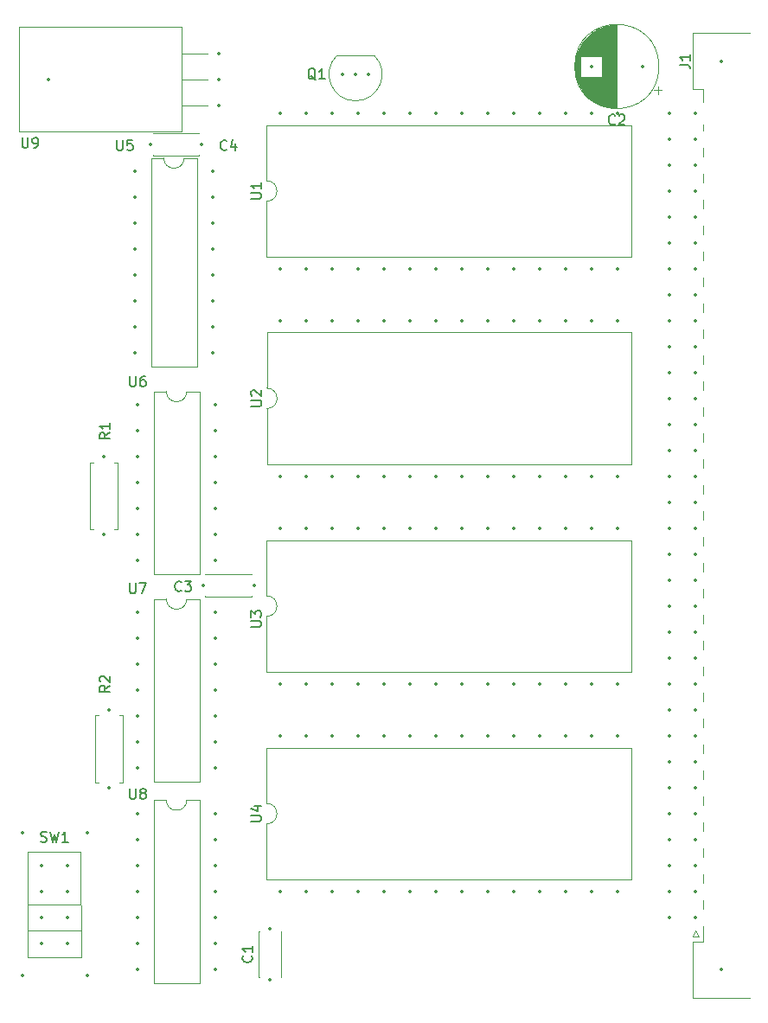
<source format=gto>
%TF.GenerationSoftware,KiCad,Pcbnew,8.0.3+1*%
%TF.CreationDate,2024-07-14T18:41:45+02:00*%
%TF.ProjectId,QL_GST_Rom_board,514c5f47-5354-45f5-926f-6d5f626f6172,rev?*%
%TF.SameCoordinates,Original*%
%TF.FileFunction,Legend,Top*%
%TF.FilePolarity,Positive*%
%FSLAX46Y46*%
G04 Gerber Fmt 4.6, Leading zero omitted, Abs format (unit mm)*
G04 Created by KiCad (PCBNEW 8.0.3+1) date 2024-07-14 18:41:45*
%MOMM*%
%LPD*%
G01*
G04 APERTURE LIST*
%ADD10C,0.150000*%
%ADD11C,0.120000*%
%ADD12C,0.350000*%
G04 APERTURE END LIST*
D10*
X230639333Y-54377580D02*
X230591714Y-54425200D01*
X230591714Y-54425200D02*
X230448857Y-54472819D01*
X230448857Y-54472819D02*
X230353619Y-54472819D01*
X230353619Y-54472819D02*
X230210762Y-54425200D01*
X230210762Y-54425200D02*
X230115524Y-54329961D01*
X230115524Y-54329961D02*
X230067905Y-54234723D01*
X230067905Y-54234723D02*
X230020286Y-54044247D01*
X230020286Y-54044247D02*
X230020286Y-53901390D01*
X230020286Y-53901390D02*
X230067905Y-53710914D01*
X230067905Y-53710914D02*
X230115524Y-53615676D01*
X230115524Y-53615676D02*
X230210762Y-53520438D01*
X230210762Y-53520438D02*
X230353619Y-53472819D01*
X230353619Y-53472819D02*
X230448857Y-53472819D01*
X230448857Y-53472819D02*
X230591714Y-53520438D01*
X230591714Y-53520438D02*
X230639333Y-53568057D01*
X231020286Y-53568057D02*
X231067905Y-53520438D01*
X231067905Y-53520438D02*
X231163143Y-53472819D01*
X231163143Y-53472819D02*
X231401238Y-53472819D01*
X231401238Y-53472819D02*
X231496476Y-53520438D01*
X231496476Y-53520438D02*
X231544095Y-53568057D01*
X231544095Y-53568057D02*
X231591714Y-53663295D01*
X231591714Y-53663295D02*
X231591714Y-53758533D01*
X231591714Y-53758533D02*
X231544095Y-53901390D01*
X231544095Y-53901390D02*
X230972667Y-54472819D01*
X230972667Y-54472819D02*
X231591714Y-54472819D01*
X174434667Y-124637200D02*
X174577524Y-124684819D01*
X174577524Y-124684819D02*
X174815619Y-124684819D01*
X174815619Y-124684819D02*
X174910857Y-124637200D01*
X174910857Y-124637200D02*
X174958476Y-124589580D01*
X174958476Y-124589580D02*
X175006095Y-124494342D01*
X175006095Y-124494342D02*
X175006095Y-124399104D01*
X175006095Y-124399104D02*
X174958476Y-124303866D01*
X174958476Y-124303866D02*
X174910857Y-124256247D01*
X174910857Y-124256247D02*
X174815619Y-124208628D01*
X174815619Y-124208628D02*
X174625143Y-124161009D01*
X174625143Y-124161009D02*
X174529905Y-124113390D01*
X174529905Y-124113390D02*
X174482286Y-124065771D01*
X174482286Y-124065771D02*
X174434667Y-123970533D01*
X174434667Y-123970533D02*
X174434667Y-123875295D01*
X174434667Y-123875295D02*
X174482286Y-123780057D01*
X174482286Y-123780057D02*
X174529905Y-123732438D01*
X174529905Y-123732438D02*
X174625143Y-123684819D01*
X174625143Y-123684819D02*
X174863238Y-123684819D01*
X174863238Y-123684819D02*
X175006095Y-123732438D01*
X175339429Y-123684819D02*
X175577524Y-124684819D01*
X175577524Y-124684819D02*
X175768000Y-123970533D01*
X175768000Y-123970533D02*
X175958476Y-124684819D01*
X175958476Y-124684819D02*
X176196572Y-123684819D01*
X177101333Y-124684819D02*
X176529905Y-124684819D01*
X176815619Y-124684819D02*
X176815619Y-123684819D01*
X176815619Y-123684819D02*
X176720381Y-123827676D01*
X176720381Y-123827676D02*
X176625143Y-123922914D01*
X176625143Y-123922914D02*
X176529905Y-123970533D01*
X181175819Y-84621666D02*
X180699628Y-84954999D01*
X181175819Y-85193094D02*
X180175819Y-85193094D01*
X180175819Y-85193094D02*
X180175819Y-84812142D01*
X180175819Y-84812142D02*
X180223438Y-84716904D01*
X180223438Y-84716904D02*
X180271057Y-84669285D01*
X180271057Y-84669285D02*
X180366295Y-84621666D01*
X180366295Y-84621666D02*
X180509152Y-84621666D01*
X180509152Y-84621666D02*
X180604390Y-84669285D01*
X180604390Y-84669285D02*
X180652009Y-84716904D01*
X180652009Y-84716904D02*
X180699628Y-84812142D01*
X180699628Y-84812142D02*
X180699628Y-85193094D01*
X181175819Y-83669285D02*
X181175819Y-84240713D01*
X181175819Y-83954999D02*
X180175819Y-83954999D01*
X180175819Y-83954999D02*
X180318676Y-84050237D01*
X180318676Y-84050237D02*
X180413914Y-84145475D01*
X180413914Y-84145475D02*
X180461533Y-84240713D01*
X194990819Y-103631904D02*
X195800342Y-103631904D01*
X195800342Y-103631904D02*
X195895580Y-103584285D01*
X195895580Y-103584285D02*
X195943200Y-103536666D01*
X195943200Y-103536666D02*
X195990819Y-103441428D01*
X195990819Y-103441428D02*
X195990819Y-103250952D01*
X195990819Y-103250952D02*
X195943200Y-103155714D01*
X195943200Y-103155714D02*
X195895580Y-103108095D01*
X195895580Y-103108095D02*
X195800342Y-103060476D01*
X195800342Y-103060476D02*
X194990819Y-103060476D01*
X194990819Y-102679523D02*
X194990819Y-102060476D01*
X194990819Y-102060476D02*
X195371771Y-102393809D01*
X195371771Y-102393809D02*
X195371771Y-102250952D01*
X195371771Y-102250952D02*
X195419390Y-102155714D01*
X195419390Y-102155714D02*
X195467009Y-102108095D01*
X195467009Y-102108095D02*
X195562247Y-102060476D01*
X195562247Y-102060476D02*
X195800342Y-102060476D01*
X195800342Y-102060476D02*
X195895580Y-102108095D01*
X195895580Y-102108095D02*
X195943200Y-102155714D01*
X195943200Y-102155714D02*
X195990819Y-102250952D01*
X195990819Y-102250952D02*
X195990819Y-102536666D01*
X195990819Y-102536666D02*
X195943200Y-102631904D01*
X195943200Y-102631904D02*
X195895580Y-102679523D01*
X194990819Y-61721904D02*
X195800342Y-61721904D01*
X195800342Y-61721904D02*
X195895580Y-61674285D01*
X195895580Y-61674285D02*
X195943200Y-61626666D01*
X195943200Y-61626666D02*
X195990819Y-61531428D01*
X195990819Y-61531428D02*
X195990819Y-61340952D01*
X195990819Y-61340952D02*
X195943200Y-61245714D01*
X195943200Y-61245714D02*
X195895580Y-61198095D01*
X195895580Y-61198095D02*
X195800342Y-61150476D01*
X195800342Y-61150476D02*
X194990819Y-61150476D01*
X195990819Y-60150476D02*
X195990819Y-60721904D01*
X195990819Y-60436190D02*
X194990819Y-60436190D01*
X194990819Y-60436190D02*
X195133676Y-60531428D01*
X195133676Y-60531428D02*
X195228914Y-60626666D01*
X195228914Y-60626666D02*
X195276533Y-60721904D01*
X181175819Y-109386666D02*
X180699628Y-109719999D01*
X181175819Y-109958094D02*
X180175819Y-109958094D01*
X180175819Y-109958094D02*
X180175819Y-109577142D01*
X180175819Y-109577142D02*
X180223438Y-109481904D01*
X180223438Y-109481904D02*
X180271057Y-109434285D01*
X180271057Y-109434285D02*
X180366295Y-109386666D01*
X180366295Y-109386666D02*
X180509152Y-109386666D01*
X180509152Y-109386666D02*
X180604390Y-109434285D01*
X180604390Y-109434285D02*
X180652009Y-109481904D01*
X180652009Y-109481904D02*
X180699628Y-109577142D01*
X180699628Y-109577142D02*
X180699628Y-109958094D01*
X180271057Y-109005713D02*
X180223438Y-108958094D01*
X180223438Y-108958094D02*
X180175819Y-108862856D01*
X180175819Y-108862856D02*
X180175819Y-108624761D01*
X180175819Y-108624761D02*
X180223438Y-108529523D01*
X180223438Y-108529523D02*
X180271057Y-108481904D01*
X180271057Y-108481904D02*
X180366295Y-108434285D01*
X180366295Y-108434285D02*
X180461533Y-108434285D01*
X180461533Y-108434285D02*
X180604390Y-108481904D01*
X180604390Y-108481904D02*
X181175819Y-109053332D01*
X181175819Y-109053332D02*
X181175819Y-108434285D01*
X195000819Y-82021904D02*
X195810342Y-82021904D01*
X195810342Y-82021904D02*
X195905580Y-81974285D01*
X195905580Y-81974285D02*
X195953200Y-81926666D01*
X195953200Y-81926666D02*
X196000819Y-81831428D01*
X196000819Y-81831428D02*
X196000819Y-81640952D01*
X196000819Y-81640952D02*
X195953200Y-81545714D01*
X195953200Y-81545714D02*
X195905580Y-81498095D01*
X195905580Y-81498095D02*
X195810342Y-81450476D01*
X195810342Y-81450476D02*
X195000819Y-81450476D01*
X195096057Y-81021904D02*
X195048438Y-80974285D01*
X195048438Y-80974285D02*
X195000819Y-80879047D01*
X195000819Y-80879047D02*
X195000819Y-80640952D01*
X195000819Y-80640952D02*
X195048438Y-80545714D01*
X195048438Y-80545714D02*
X195096057Y-80498095D01*
X195096057Y-80498095D02*
X195191295Y-80450476D01*
X195191295Y-80450476D02*
X195286533Y-80450476D01*
X195286533Y-80450476D02*
X195429390Y-80498095D01*
X195429390Y-80498095D02*
X196000819Y-81069523D01*
X196000819Y-81069523D02*
X196000819Y-80450476D01*
X183134095Y-99359819D02*
X183134095Y-100169342D01*
X183134095Y-100169342D02*
X183181714Y-100264580D01*
X183181714Y-100264580D02*
X183229333Y-100312200D01*
X183229333Y-100312200D02*
X183324571Y-100359819D01*
X183324571Y-100359819D02*
X183515047Y-100359819D01*
X183515047Y-100359819D02*
X183610285Y-100312200D01*
X183610285Y-100312200D02*
X183657904Y-100264580D01*
X183657904Y-100264580D02*
X183705523Y-100169342D01*
X183705523Y-100169342D02*
X183705523Y-99359819D01*
X184086476Y-99359819D02*
X184753142Y-99359819D01*
X184753142Y-99359819D02*
X184324571Y-100359819D01*
X236960819Y-48593333D02*
X237675104Y-48593333D01*
X237675104Y-48593333D02*
X237817961Y-48640952D01*
X237817961Y-48640952D02*
X237913200Y-48736190D01*
X237913200Y-48736190D02*
X237960819Y-48879047D01*
X237960819Y-48879047D02*
X237960819Y-48974285D01*
X237960819Y-47593333D02*
X237960819Y-48164761D01*
X237960819Y-47879047D02*
X236960819Y-47879047D01*
X236960819Y-47879047D02*
X237103676Y-47974285D01*
X237103676Y-47974285D02*
X237198914Y-48069523D01*
X237198914Y-48069523D02*
X237246533Y-48164761D01*
X172593095Y-55715819D02*
X172593095Y-56525342D01*
X172593095Y-56525342D02*
X172640714Y-56620580D01*
X172640714Y-56620580D02*
X172688333Y-56668200D01*
X172688333Y-56668200D02*
X172783571Y-56715819D01*
X172783571Y-56715819D02*
X172974047Y-56715819D01*
X172974047Y-56715819D02*
X173069285Y-56668200D01*
X173069285Y-56668200D02*
X173116904Y-56620580D01*
X173116904Y-56620580D02*
X173164523Y-56525342D01*
X173164523Y-56525342D02*
X173164523Y-55715819D01*
X173688333Y-56715819D02*
X173878809Y-56715819D01*
X173878809Y-56715819D02*
X173974047Y-56668200D01*
X173974047Y-56668200D02*
X174021666Y-56620580D01*
X174021666Y-56620580D02*
X174116904Y-56477723D01*
X174116904Y-56477723D02*
X174164523Y-56287247D01*
X174164523Y-56287247D02*
X174164523Y-55906295D01*
X174164523Y-55906295D02*
X174116904Y-55811057D01*
X174116904Y-55811057D02*
X174069285Y-55763438D01*
X174069285Y-55763438D02*
X173974047Y-55715819D01*
X173974047Y-55715819D02*
X173783571Y-55715819D01*
X173783571Y-55715819D02*
X173688333Y-55763438D01*
X173688333Y-55763438D02*
X173640714Y-55811057D01*
X173640714Y-55811057D02*
X173593095Y-55906295D01*
X173593095Y-55906295D02*
X173593095Y-56144390D01*
X173593095Y-56144390D02*
X173640714Y-56239628D01*
X173640714Y-56239628D02*
X173688333Y-56287247D01*
X173688333Y-56287247D02*
X173783571Y-56334866D01*
X173783571Y-56334866D02*
X173974047Y-56334866D01*
X173974047Y-56334866D02*
X174069285Y-56287247D01*
X174069285Y-56287247D02*
X174116904Y-56239628D01*
X174116904Y-56239628D02*
X174164523Y-56144390D01*
X183134095Y-79083819D02*
X183134095Y-79893342D01*
X183134095Y-79893342D02*
X183181714Y-79988580D01*
X183181714Y-79988580D02*
X183229333Y-80036200D01*
X183229333Y-80036200D02*
X183324571Y-80083819D01*
X183324571Y-80083819D02*
X183515047Y-80083819D01*
X183515047Y-80083819D02*
X183610285Y-80036200D01*
X183610285Y-80036200D02*
X183657904Y-79988580D01*
X183657904Y-79988580D02*
X183705523Y-79893342D01*
X183705523Y-79893342D02*
X183705523Y-79083819D01*
X184610285Y-79083819D02*
X184419809Y-79083819D01*
X184419809Y-79083819D02*
X184324571Y-79131438D01*
X184324571Y-79131438D02*
X184276952Y-79179057D01*
X184276952Y-79179057D02*
X184181714Y-79321914D01*
X184181714Y-79321914D02*
X184134095Y-79512390D01*
X184134095Y-79512390D02*
X184134095Y-79893342D01*
X184134095Y-79893342D02*
X184181714Y-79988580D01*
X184181714Y-79988580D02*
X184229333Y-80036200D01*
X184229333Y-80036200D02*
X184324571Y-80083819D01*
X184324571Y-80083819D02*
X184515047Y-80083819D01*
X184515047Y-80083819D02*
X184610285Y-80036200D01*
X184610285Y-80036200D02*
X184657904Y-79988580D01*
X184657904Y-79988580D02*
X184705523Y-79893342D01*
X184705523Y-79893342D02*
X184705523Y-79655247D01*
X184705523Y-79655247D02*
X184657904Y-79560009D01*
X184657904Y-79560009D02*
X184610285Y-79512390D01*
X184610285Y-79512390D02*
X184515047Y-79464771D01*
X184515047Y-79464771D02*
X184324571Y-79464771D01*
X184324571Y-79464771D02*
X184229333Y-79512390D01*
X184229333Y-79512390D02*
X184181714Y-79560009D01*
X184181714Y-79560009D02*
X184134095Y-79655247D01*
X194990819Y-122681904D02*
X195800342Y-122681904D01*
X195800342Y-122681904D02*
X195895580Y-122634285D01*
X195895580Y-122634285D02*
X195943200Y-122586666D01*
X195943200Y-122586666D02*
X195990819Y-122491428D01*
X195990819Y-122491428D02*
X195990819Y-122300952D01*
X195990819Y-122300952D02*
X195943200Y-122205714D01*
X195943200Y-122205714D02*
X195895580Y-122158095D01*
X195895580Y-122158095D02*
X195800342Y-122110476D01*
X195800342Y-122110476D02*
X194990819Y-122110476D01*
X195324152Y-121205714D02*
X195990819Y-121205714D01*
X194943200Y-121443809D02*
X195657485Y-121681904D01*
X195657485Y-121681904D02*
X195657485Y-121062857D01*
X201326761Y-50080057D02*
X201231523Y-50032438D01*
X201231523Y-50032438D02*
X201136285Y-49937200D01*
X201136285Y-49937200D02*
X200993428Y-49794342D01*
X200993428Y-49794342D02*
X200898190Y-49746723D01*
X200898190Y-49746723D02*
X200802952Y-49746723D01*
X200850571Y-49984819D02*
X200755333Y-49937200D01*
X200755333Y-49937200D02*
X200660095Y-49841961D01*
X200660095Y-49841961D02*
X200612476Y-49651485D01*
X200612476Y-49651485D02*
X200612476Y-49318152D01*
X200612476Y-49318152D02*
X200660095Y-49127676D01*
X200660095Y-49127676D02*
X200755333Y-49032438D01*
X200755333Y-49032438D02*
X200850571Y-48984819D01*
X200850571Y-48984819D02*
X201041047Y-48984819D01*
X201041047Y-48984819D02*
X201136285Y-49032438D01*
X201136285Y-49032438D02*
X201231523Y-49127676D01*
X201231523Y-49127676D02*
X201279142Y-49318152D01*
X201279142Y-49318152D02*
X201279142Y-49651485D01*
X201279142Y-49651485D02*
X201231523Y-49841961D01*
X201231523Y-49841961D02*
X201136285Y-49937200D01*
X201136285Y-49937200D02*
X201041047Y-49984819D01*
X201041047Y-49984819D02*
X200850571Y-49984819D01*
X202231523Y-49984819D02*
X201660095Y-49984819D01*
X201945809Y-49984819D02*
X201945809Y-48984819D01*
X201945809Y-48984819D02*
X201850571Y-49127676D01*
X201850571Y-49127676D02*
X201755333Y-49222914D01*
X201755333Y-49222914D02*
X201660095Y-49270533D01*
X188174333Y-100054580D02*
X188126714Y-100102200D01*
X188126714Y-100102200D02*
X187983857Y-100149819D01*
X187983857Y-100149819D02*
X187888619Y-100149819D01*
X187888619Y-100149819D02*
X187745762Y-100102200D01*
X187745762Y-100102200D02*
X187650524Y-100006961D01*
X187650524Y-100006961D02*
X187602905Y-99911723D01*
X187602905Y-99911723D02*
X187555286Y-99721247D01*
X187555286Y-99721247D02*
X187555286Y-99578390D01*
X187555286Y-99578390D02*
X187602905Y-99387914D01*
X187602905Y-99387914D02*
X187650524Y-99292676D01*
X187650524Y-99292676D02*
X187745762Y-99197438D01*
X187745762Y-99197438D02*
X187888619Y-99149819D01*
X187888619Y-99149819D02*
X187983857Y-99149819D01*
X187983857Y-99149819D02*
X188126714Y-99197438D01*
X188126714Y-99197438D02*
X188174333Y-99245057D01*
X188507667Y-99149819D02*
X189126714Y-99149819D01*
X189126714Y-99149819D02*
X188793381Y-99530771D01*
X188793381Y-99530771D02*
X188936238Y-99530771D01*
X188936238Y-99530771D02*
X189031476Y-99578390D01*
X189031476Y-99578390D02*
X189079095Y-99626009D01*
X189079095Y-99626009D02*
X189126714Y-99721247D01*
X189126714Y-99721247D02*
X189126714Y-99959342D01*
X189126714Y-99959342D02*
X189079095Y-100054580D01*
X189079095Y-100054580D02*
X189031476Y-100102200D01*
X189031476Y-100102200D02*
X188936238Y-100149819D01*
X188936238Y-100149819D02*
X188650524Y-100149819D01*
X188650524Y-100149819D02*
X188555286Y-100102200D01*
X188555286Y-100102200D02*
X188507667Y-100054580D01*
X183134095Y-119469819D02*
X183134095Y-120279342D01*
X183134095Y-120279342D02*
X183181714Y-120374580D01*
X183181714Y-120374580D02*
X183229333Y-120422200D01*
X183229333Y-120422200D02*
X183324571Y-120469819D01*
X183324571Y-120469819D02*
X183515047Y-120469819D01*
X183515047Y-120469819D02*
X183610285Y-120422200D01*
X183610285Y-120422200D02*
X183657904Y-120374580D01*
X183657904Y-120374580D02*
X183705523Y-120279342D01*
X183705523Y-120279342D02*
X183705523Y-119469819D01*
X184324571Y-119898390D02*
X184229333Y-119850771D01*
X184229333Y-119850771D02*
X184181714Y-119803152D01*
X184181714Y-119803152D02*
X184134095Y-119707914D01*
X184134095Y-119707914D02*
X184134095Y-119660295D01*
X184134095Y-119660295D02*
X184181714Y-119565057D01*
X184181714Y-119565057D02*
X184229333Y-119517438D01*
X184229333Y-119517438D02*
X184324571Y-119469819D01*
X184324571Y-119469819D02*
X184515047Y-119469819D01*
X184515047Y-119469819D02*
X184610285Y-119517438D01*
X184610285Y-119517438D02*
X184657904Y-119565057D01*
X184657904Y-119565057D02*
X184705523Y-119660295D01*
X184705523Y-119660295D02*
X184705523Y-119707914D01*
X184705523Y-119707914D02*
X184657904Y-119803152D01*
X184657904Y-119803152D02*
X184610285Y-119850771D01*
X184610285Y-119850771D02*
X184515047Y-119898390D01*
X184515047Y-119898390D02*
X184324571Y-119898390D01*
X184324571Y-119898390D02*
X184229333Y-119946009D01*
X184229333Y-119946009D02*
X184181714Y-119993628D01*
X184181714Y-119993628D02*
X184134095Y-120088866D01*
X184134095Y-120088866D02*
X184134095Y-120279342D01*
X184134095Y-120279342D02*
X184181714Y-120374580D01*
X184181714Y-120374580D02*
X184229333Y-120422200D01*
X184229333Y-120422200D02*
X184324571Y-120469819D01*
X184324571Y-120469819D02*
X184515047Y-120469819D01*
X184515047Y-120469819D02*
X184610285Y-120422200D01*
X184610285Y-120422200D02*
X184657904Y-120374580D01*
X184657904Y-120374580D02*
X184705523Y-120279342D01*
X184705523Y-120279342D02*
X184705523Y-120088866D01*
X184705523Y-120088866D02*
X184657904Y-119993628D01*
X184657904Y-119993628D02*
X184610285Y-119946009D01*
X184610285Y-119946009D02*
X184515047Y-119898390D01*
X195050580Y-135842666D02*
X195098200Y-135890285D01*
X195098200Y-135890285D02*
X195145819Y-136033142D01*
X195145819Y-136033142D02*
X195145819Y-136128380D01*
X195145819Y-136128380D02*
X195098200Y-136271237D01*
X195098200Y-136271237D02*
X195002961Y-136366475D01*
X195002961Y-136366475D02*
X194907723Y-136414094D01*
X194907723Y-136414094D02*
X194717247Y-136461713D01*
X194717247Y-136461713D02*
X194574390Y-136461713D01*
X194574390Y-136461713D02*
X194383914Y-136414094D01*
X194383914Y-136414094D02*
X194288676Y-136366475D01*
X194288676Y-136366475D02*
X194193438Y-136271237D01*
X194193438Y-136271237D02*
X194145819Y-136128380D01*
X194145819Y-136128380D02*
X194145819Y-136033142D01*
X194145819Y-136033142D02*
X194193438Y-135890285D01*
X194193438Y-135890285D02*
X194241057Y-135842666D01*
X195145819Y-134890285D02*
X195145819Y-135461713D01*
X195145819Y-135175999D02*
X194145819Y-135175999D01*
X194145819Y-135175999D02*
X194288676Y-135271237D01*
X194288676Y-135271237D02*
X194383914Y-135366475D01*
X194383914Y-135366475D02*
X194431533Y-135461713D01*
X181864095Y-55969819D02*
X181864095Y-56779342D01*
X181864095Y-56779342D02*
X181911714Y-56874580D01*
X181911714Y-56874580D02*
X181959333Y-56922200D01*
X181959333Y-56922200D02*
X182054571Y-56969819D01*
X182054571Y-56969819D02*
X182245047Y-56969819D01*
X182245047Y-56969819D02*
X182340285Y-56922200D01*
X182340285Y-56922200D02*
X182387904Y-56874580D01*
X182387904Y-56874580D02*
X182435523Y-56779342D01*
X182435523Y-56779342D02*
X182435523Y-55969819D01*
X183387904Y-55969819D02*
X182911714Y-55969819D01*
X182911714Y-55969819D02*
X182864095Y-56446009D01*
X182864095Y-56446009D02*
X182911714Y-56398390D01*
X182911714Y-56398390D02*
X183006952Y-56350771D01*
X183006952Y-56350771D02*
X183245047Y-56350771D01*
X183245047Y-56350771D02*
X183340285Y-56398390D01*
X183340285Y-56398390D02*
X183387904Y-56446009D01*
X183387904Y-56446009D02*
X183435523Y-56541247D01*
X183435523Y-56541247D02*
X183435523Y-56779342D01*
X183435523Y-56779342D02*
X183387904Y-56874580D01*
X183387904Y-56874580D02*
X183340285Y-56922200D01*
X183340285Y-56922200D02*
X183245047Y-56969819D01*
X183245047Y-56969819D02*
X183006952Y-56969819D01*
X183006952Y-56969819D02*
X182911714Y-56922200D01*
X182911714Y-56922200D02*
X182864095Y-56874580D01*
X192619333Y-56874580D02*
X192571714Y-56922200D01*
X192571714Y-56922200D02*
X192428857Y-56969819D01*
X192428857Y-56969819D02*
X192333619Y-56969819D01*
X192333619Y-56969819D02*
X192190762Y-56922200D01*
X192190762Y-56922200D02*
X192095524Y-56826961D01*
X192095524Y-56826961D02*
X192047905Y-56731723D01*
X192047905Y-56731723D02*
X192000286Y-56541247D01*
X192000286Y-56541247D02*
X192000286Y-56398390D01*
X192000286Y-56398390D02*
X192047905Y-56207914D01*
X192047905Y-56207914D02*
X192095524Y-56112676D01*
X192095524Y-56112676D02*
X192190762Y-56017438D01*
X192190762Y-56017438D02*
X192333619Y-55969819D01*
X192333619Y-55969819D02*
X192428857Y-55969819D01*
X192428857Y-55969819D02*
X192571714Y-56017438D01*
X192571714Y-56017438D02*
X192619333Y-56065057D01*
X193476476Y-56303152D02*
X193476476Y-56969819D01*
X193238381Y-55922200D02*
X193000286Y-56636485D01*
X193000286Y-56636485D02*
X193619333Y-56636485D01*
D11*
%TO.C,C2*%
X235215698Y-51083000D02*
X234415698Y-51083000D01*
X234815698Y-51483000D02*
X234815698Y-50683000D01*
X230806000Y-52848000D02*
X230806000Y-44688000D01*
X230766000Y-52848000D02*
X230766000Y-44688000D01*
X230726000Y-52848000D02*
X230726000Y-44688000D01*
X230686000Y-52847000D02*
X230686000Y-44689000D01*
X230646000Y-52845000D02*
X230646000Y-44691000D01*
X230606000Y-52844000D02*
X230606000Y-44692000D01*
X230566000Y-52842000D02*
X230566000Y-44694000D01*
X230526000Y-52839000D02*
X230526000Y-44697000D01*
X230486000Y-52836000D02*
X230486000Y-44700000D01*
X230446000Y-52833000D02*
X230446000Y-44703000D01*
X230406000Y-52829000D02*
X230406000Y-44707000D01*
X230366000Y-52825000D02*
X230366000Y-44711000D01*
X230326000Y-52820000D02*
X230326000Y-44716000D01*
X230286000Y-52816000D02*
X230286000Y-44720000D01*
X230246000Y-52810000D02*
X230246000Y-44726000D01*
X230206000Y-52805000D02*
X230206000Y-44731000D01*
X230166000Y-52798000D02*
X230166000Y-44738000D01*
X230126000Y-52792000D02*
X230126000Y-44744000D01*
X230085000Y-52785000D02*
X230085000Y-44751000D01*
X230045000Y-52778000D02*
X230045000Y-44758000D01*
X230005000Y-52770000D02*
X230005000Y-44766000D01*
X229965000Y-52762000D02*
X229965000Y-44774000D01*
X229925000Y-52753000D02*
X229925000Y-44783000D01*
X229885000Y-52744000D02*
X229885000Y-44792000D01*
X229845000Y-52735000D02*
X229845000Y-44801000D01*
X229805000Y-52725000D02*
X229805000Y-44811000D01*
X229765000Y-52715000D02*
X229765000Y-44821000D01*
X229725000Y-52704000D02*
X229725000Y-44832000D01*
X229685000Y-52693000D02*
X229685000Y-44843000D01*
X229645000Y-52682000D02*
X229645000Y-44854000D01*
X229605000Y-52670000D02*
X229605000Y-44866000D01*
X229565000Y-52657000D02*
X229565000Y-44879000D01*
X229525000Y-52645000D02*
X229525000Y-44891000D01*
X229485000Y-52631000D02*
X229485000Y-44905000D01*
X229445000Y-52618000D02*
X229445000Y-44918000D01*
X229405000Y-52603000D02*
X229405000Y-44933000D01*
X229365000Y-52589000D02*
X229365000Y-44947000D01*
X229325000Y-52573000D02*
X229325000Y-49808000D01*
X229325000Y-47728000D02*
X229325000Y-44963000D01*
X229285000Y-52558000D02*
X229285000Y-49808000D01*
X229285000Y-47728000D02*
X229285000Y-44978000D01*
X229245000Y-52542000D02*
X229245000Y-49808000D01*
X229245000Y-47728000D02*
X229245000Y-44994000D01*
X229205000Y-52525000D02*
X229205000Y-49808000D01*
X229205000Y-47728000D02*
X229205000Y-45011000D01*
X229165000Y-52508000D02*
X229165000Y-49808000D01*
X229165000Y-47728000D02*
X229165000Y-45028000D01*
X229125000Y-52490000D02*
X229125000Y-49808000D01*
X229125000Y-47728000D02*
X229125000Y-45046000D01*
X229085000Y-52472000D02*
X229085000Y-49808000D01*
X229085000Y-47728000D02*
X229085000Y-45064000D01*
X229045000Y-52454000D02*
X229045000Y-49808000D01*
X229045000Y-47728000D02*
X229045000Y-45082000D01*
X229005000Y-52434000D02*
X229005000Y-49808000D01*
X229005000Y-47728000D02*
X229005000Y-45102000D01*
X228965000Y-52415000D02*
X228965000Y-49808000D01*
X228965000Y-47728000D02*
X228965000Y-45121000D01*
X228925000Y-52395000D02*
X228925000Y-49808000D01*
X228925000Y-47728000D02*
X228925000Y-45141000D01*
X228885000Y-52374000D02*
X228885000Y-49808000D01*
X228885000Y-47728000D02*
X228885000Y-45162000D01*
X228845000Y-52352000D02*
X228845000Y-49808000D01*
X228845000Y-47728000D02*
X228845000Y-45184000D01*
X228805000Y-52330000D02*
X228805000Y-49808000D01*
X228805000Y-47728000D02*
X228805000Y-45206000D01*
X228765000Y-52308000D02*
X228765000Y-49808000D01*
X228765000Y-47728000D02*
X228765000Y-45228000D01*
X228725000Y-52285000D02*
X228725000Y-49808000D01*
X228725000Y-47728000D02*
X228725000Y-45251000D01*
X228685000Y-52261000D02*
X228685000Y-49808000D01*
X228685000Y-47728000D02*
X228685000Y-45275000D01*
X228645000Y-52237000D02*
X228645000Y-49808000D01*
X228645000Y-47728000D02*
X228645000Y-45299000D01*
X228605000Y-52212000D02*
X228605000Y-49808000D01*
X228605000Y-47728000D02*
X228605000Y-45324000D01*
X228565000Y-52186000D02*
X228565000Y-49808000D01*
X228565000Y-47728000D02*
X228565000Y-45350000D01*
X228525000Y-52160000D02*
X228525000Y-49808000D01*
X228525000Y-47728000D02*
X228525000Y-45376000D01*
X228485000Y-52133000D02*
X228485000Y-49808000D01*
X228485000Y-47728000D02*
X228485000Y-45403000D01*
X228445000Y-52106000D02*
X228445000Y-49808000D01*
X228445000Y-47728000D02*
X228445000Y-45430000D01*
X228405000Y-52077000D02*
X228405000Y-49808000D01*
X228405000Y-47728000D02*
X228405000Y-45459000D01*
X228365000Y-52048000D02*
X228365000Y-49808000D01*
X228365000Y-47728000D02*
X228365000Y-45488000D01*
X228325000Y-52018000D02*
X228325000Y-49808000D01*
X228325000Y-47728000D02*
X228325000Y-45518000D01*
X228285000Y-51988000D02*
X228285000Y-49808000D01*
X228285000Y-47728000D02*
X228285000Y-45548000D01*
X228245000Y-51957000D02*
X228245000Y-49808000D01*
X228245000Y-47728000D02*
X228245000Y-45579000D01*
X228205000Y-51924000D02*
X228205000Y-49808000D01*
X228205000Y-47728000D02*
X228205000Y-45612000D01*
X228165000Y-51892000D02*
X228165000Y-49808000D01*
X228165000Y-47728000D02*
X228165000Y-45644000D01*
X228125000Y-51858000D02*
X228125000Y-49808000D01*
X228125000Y-47728000D02*
X228125000Y-45678000D01*
X228085000Y-51823000D02*
X228085000Y-49808000D01*
X228085000Y-47728000D02*
X228085000Y-45713000D01*
X228045000Y-51787000D02*
X228045000Y-49808000D01*
X228045000Y-47728000D02*
X228045000Y-45749000D01*
X228005000Y-51751000D02*
X228005000Y-49808000D01*
X228005000Y-47728000D02*
X228005000Y-45785000D01*
X227965000Y-51713000D02*
X227965000Y-49808000D01*
X227965000Y-47728000D02*
X227965000Y-45823000D01*
X227925000Y-51675000D02*
X227925000Y-49808000D01*
X227925000Y-47728000D02*
X227925000Y-45861000D01*
X227885000Y-51635000D02*
X227885000Y-49808000D01*
X227885000Y-47728000D02*
X227885000Y-45901000D01*
X227845000Y-51594000D02*
X227845000Y-49808000D01*
X227845000Y-47728000D02*
X227845000Y-45942000D01*
X227805000Y-51552000D02*
X227805000Y-49808000D01*
X227805000Y-47728000D02*
X227805000Y-45984000D01*
X227765000Y-51509000D02*
X227765000Y-49808000D01*
X227765000Y-47728000D02*
X227765000Y-46027000D01*
X227725000Y-51465000D02*
X227725000Y-49808000D01*
X227725000Y-47728000D02*
X227725000Y-46071000D01*
X227685000Y-51419000D02*
X227685000Y-49808000D01*
X227685000Y-47728000D02*
X227685000Y-46117000D01*
X227645000Y-51372000D02*
X227645000Y-49808000D01*
X227645000Y-47728000D02*
X227645000Y-46164000D01*
X227605000Y-51324000D02*
X227605000Y-49808000D01*
X227605000Y-47728000D02*
X227605000Y-46212000D01*
X227565000Y-51273000D02*
X227565000Y-49808000D01*
X227565000Y-47728000D02*
X227565000Y-46263000D01*
X227525000Y-51222000D02*
X227525000Y-49808000D01*
X227525000Y-47728000D02*
X227525000Y-46314000D01*
X227485000Y-51168000D02*
X227485000Y-49808000D01*
X227485000Y-47728000D02*
X227485000Y-46368000D01*
X227445000Y-51113000D02*
X227445000Y-49808000D01*
X227445000Y-47728000D02*
X227445000Y-46423000D01*
X227405000Y-51055000D02*
X227405000Y-49808000D01*
X227405000Y-47728000D02*
X227405000Y-46481000D01*
X227365000Y-50996000D02*
X227365000Y-49808000D01*
X227365000Y-47728000D02*
X227365000Y-46540000D01*
X227325000Y-50934000D02*
X227325000Y-49808000D01*
X227325000Y-47728000D02*
X227325000Y-46602000D01*
X227285000Y-50870000D02*
X227285000Y-49808000D01*
X227285000Y-47728000D02*
X227285000Y-46666000D01*
X227245000Y-50802000D02*
X227245000Y-46734000D01*
X227205000Y-50732000D02*
X227205000Y-46804000D01*
X227165000Y-50658000D02*
X227165000Y-46878000D01*
X227125000Y-50581000D02*
X227125000Y-46955000D01*
X227085000Y-50499000D02*
X227085000Y-47037000D01*
X227045000Y-50413000D02*
X227045000Y-47123000D01*
X227005000Y-50320000D02*
X227005000Y-47216000D01*
X226965000Y-50221000D02*
X226965000Y-47315000D01*
X226925000Y-50114000D02*
X226925000Y-47422000D01*
X226885000Y-49997000D02*
X226885000Y-47539000D01*
X226845000Y-49866000D02*
X226845000Y-47670000D01*
X226805000Y-49716000D02*
X226805000Y-47820000D01*
X226765000Y-49536000D02*
X226765000Y-48000000D01*
X226725000Y-49301000D02*
X226725000Y-48235000D01*
X234926000Y-48768000D02*
G75*
G02*
X226686000Y-48768000I-4120000J0D01*
G01*
X226686000Y-48768000D02*
G75*
G02*
X234926000Y-48768000I4120000J0D01*
G01*
%TO.C,SW1*%
X173168000Y-125670000D02*
X173168000Y-135950000D01*
X173168000Y-125670000D02*
X178308000Y-125670000D01*
X173168000Y-135950000D02*
X178368000Y-135950000D01*
X173198000Y-130810000D02*
X178338000Y-130810000D01*
X173228000Y-133350000D02*
X178368000Y-133350000D01*
X178308000Y-125730000D02*
X178368000Y-135950000D01*
%TO.C,R1*%
X179224000Y-87535000D02*
X179224000Y-94075000D01*
X179224000Y-94075000D02*
X179554000Y-94075000D01*
X179554000Y-87535000D02*
X179224000Y-87535000D01*
X181634000Y-87535000D02*
X181964000Y-87535000D01*
X181964000Y-87535000D02*
X181964000Y-94075000D01*
X181964000Y-94075000D02*
X181634000Y-94075000D01*
%TO.C,U3*%
X196536000Y-95140000D02*
X196536000Y-100600000D01*
X196536000Y-102600000D02*
X196536000Y-108060000D01*
X196536000Y-108060000D02*
X232216000Y-108060000D01*
X232216000Y-95140000D02*
X196536000Y-95140000D01*
X232216000Y-108060000D02*
X232216000Y-95140000D01*
X196536000Y-100600000D02*
G75*
G02*
X196536000Y-102600000I0J-1000000D01*
G01*
%TO.C,U1*%
X196536000Y-54500000D02*
X196536000Y-59960000D01*
X196536000Y-61960000D02*
X196536000Y-67420000D01*
X196536000Y-67420000D02*
X232216000Y-67420000D01*
X232216000Y-54500000D02*
X196536000Y-54500000D01*
X232216000Y-67420000D02*
X232216000Y-54500000D01*
X196536000Y-59960000D02*
G75*
G02*
X196536000Y-61960000I0J-1000000D01*
G01*
%TO.C,R2*%
X179732000Y-112300000D02*
X180062000Y-112300000D01*
X179732000Y-118840000D02*
X179732000Y-112300000D01*
X180062000Y-118840000D02*
X179732000Y-118840000D01*
X182142000Y-118840000D02*
X182472000Y-118840000D01*
X182472000Y-112300000D02*
X182142000Y-112300000D01*
X182472000Y-118840000D02*
X182472000Y-112300000D01*
%TO.C,U2*%
X196546000Y-74800000D02*
X196546000Y-80260000D01*
X196546000Y-82260000D02*
X196546000Y-87720000D01*
X196546000Y-87720000D02*
X232226000Y-87720000D01*
X232226000Y-74800000D02*
X196546000Y-74800000D01*
X232226000Y-87720000D02*
X232226000Y-74800000D01*
X196546000Y-80260000D02*
G75*
G02*
X196546000Y-82260000I0J-1000000D01*
G01*
%TO.C,U7*%
X185456000Y-100905000D02*
X185456000Y-118805000D01*
X185456000Y-118805000D02*
X189956000Y-118805000D01*
X186706000Y-100905000D02*
X185456000Y-100905000D01*
X189956000Y-100905000D02*
X188706000Y-100905000D01*
X189956000Y-118805000D02*
X189956000Y-100905000D01*
X188706000Y-100905000D02*
G75*
G02*
X186706000Y-100905000I-1000000J0D01*
G01*
%TO.C,J1*%
X238206000Y-133950000D02*
X238506000Y-133350000D01*
X238246000Y-45450000D02*
X238246000Y-50970000D01*
X238246000Y-50970000D02*
X239246000Y-50970000D01*
X238246000Y-134450000D02*
X239246000Y-134450000D01*
X238246000Y-139970000D02*
X238246000Y-134450000D01*
X238506000Y-133350000D02*
X238806000Y-133950000D01*
X238806000Y-133950000D02*
X238206000Y-133950000D01*
X239246000Y-50969000D02*
X239246000Y-52245000D01*
X239246000Y-54435000D02*
X239246000Y-55011000D01*
X239246000Y-56750000D02*
X239246000Y-57551000D01*
X239246000Y-59290000D02*
X239246000Y-60091000D01*
X239246000Y-61830000D02*
X239246000Y-62631000D01*
X239246000Y-65170000D02*
X239246000Y-64369000D01*
X239246000Y-67710000D02*
X239246000Y-66909000D01*
X239246000Y-70250000D02*
X239246000Y-69449000D01*
X239246000Y-72790000D02*
X239246000Y-71989000D01*
X239246000Y-75330000D02*
X239246000Y-74529000D01*
X239246000Y-77870000D02*
X239246000Y-77069000D01*
X239246000Y-80410000D02*
X239246000Y-79609000D01*
X239246000Y-82950000D02*
X239246000Y-82149000D01*
X239246000Y-85490000D02*
X239246000Y-84689000D01*
X239246000Y-88030000D02*
X239246000Y-87229000D01*
X239246000Y-90570000D02*
X239246000Y-89769000D01*
X239246000Y-93110000D02*
X239246000Y-92309000D01*
X239246000Y-95650000D02*
X239246000Y-94849000D01*
X239246000Y-98190000D02*
X239246000Y-97389000D01*
X239246000Y-100730000D02*
X239246000Y-99929000D01*
X239246000Y-103270000D02*
X239246000Y-102469000D01*
X239246000Y-105810000D02*
X239246000Y-105009000D01*
X239246000Y-108350000D02*
X239246000Y-107549000D01*
X239246000Y-110890000D02*
X239246000Y-110089000D01*
X239246000Y-113430000D02*
X239246000Y-112629000D01*
X239246000Y-115970000D02*
X239246000Y-115169000D01*
X239246000Y-118510000D02*
X239246000Y-117709000D01*
X239246000Y-121050000D02*
X239246000Y-120249000D01*
X239246000Y-122790000D02*
X239246000Y-123591000D01*
X239246000Y-125330000D02*
X239246000Y-126131000D01*
X239246000Y-127870000D02*
X239246000Y-128671000D01*
X239246000Y-130410000D02*
X239246000Y-131211000D01*
X239246000Y-132950000D02*
X239246000Y-134450000D01*
X243806000Y-45450000D02*
X238246000Y-45450000D01*
X243806000Y-139970000D02*
X238246000Y-139970000D01*
%TO.C,U9*%
X172276000Y-44918000D02*
X188166000Y-44918000D01*
X172276000Y-55158000D02*
X172276000Y-44918000D01*
X172276000Y-55158000D02*
X188166000Y-55158000D01*
X188166000Y-47498000D02*
X190706000Y-47498000D01*
X188166000Y-50038000D02*
X190706000Y-50038000D01*
X188166000Y-52578000D02*
X190706000Y-52578000D01*
X188166000Y-55158000D02*
X188166000Y-44918000D01*
%TO.C,U6*%
X185456000Y-80585000D02*
X185456000Y-98485000D01*
X185456000Y-98485000D02*
X189956000Y-98485000D01*
X186706000Y-80585000D02*
X185456000Y-80585000D01*
X189956000Y-80585000D02*
X188706000Y-80585000D01*
X189956000Y-98485000D02*
X189956000Y-80585000D01*
X188706000Y-80585000D02*
G75*
G02*
X186706000Y-80585000I-1000000J0D01*
G01*
%TO.C,U4*%
X196536000Y-115460000D02*
X196536000Y-120920000D01*
X196536000Y-122920000D02*
X196536000Y-128380000D01*
X196536000Y-128380000D02*
X232216000Y-128380000D01*
X232216000Y-115460000D02*
X196536000Y-115460000D01*
X232216000Y-128380000D02*
X232216000Y-115460000D01*
X196536000Y-120920000D02*
G75*
G02*
X196536000Y-122920000I0J-1000000D01*
G01*
%TO.C,Q1*%
X207032000Y-47680000D02*
X203432000Y-47680000D01*
X205232000Y-52130000D02*
G75*
G02*
X203393522Y-47691522I0J2600000D01*
G01*
X207070478Y-47691522D02*
G75*
G02*
X205232000Y-52130001I-1838478J-1838478D01*
G01*
%TO.C,C3*%
X190516000Y-98513000D02*
X190516000Y-98498000D01*
X190516000Y-100638000D02*
X190516000Y-100623000D01*
X195056000Y-98498000D02*
X190516000Y-98498000D01*
X195056000Y-98513000D02*
X195056000Y-98498000D01*
X195056000Y-100638000D02*
X190516000Y-100638000D01*
X195056000Y-100638000D02*
X195056000Y-100623000D01*
%TO.C,U8*%
X185456000Y-120590000D02*
X185456000Y-138490000D01*
X185456000Y-138490000D02*
X189956000Y-138490000D01*
X186706000Y-120590000D02*
X185456000Y-120590000D01*
X189956000Y-120590000D02*
X188706000Y-120590000D01*
X189956000Y-138490000D02*
X189956000Y-120590000D01*
X188706000Y-120590000D02*
G75*
G02*
X186706000Y-120590000I-1000000J0D01*
G01*
%TO.C,C1*%
X195780000Y-133406000D02*
X195780000Y-137946000D01*
X195795000Y-133406000D02*
X195780000Y-133406000D01*
X195795000Y-137946000D02*
X195780000Y-137946000D01*
X197920000Y-133406000D02*
X197905000Y-133406000D01*
X197920000Y-133406000D02*
X197920000Y-137946000D01*
X197920000Y-137946000D02*
X197905000Y-137946000D01*
%TO.C,U5*%
X185202000Y-57725000D02*
X185202000Y-78165000D01*
X185202000Y-78165000D02*
X189702000Y-78165000D01*
X186452000Y-57725000D02*
X185202000Y-57725000D01*
X189702000Y-57725000D02*
X188452000Y-57725000D01*
X189702000Y-78165000D02*
X189702000Y-57725000D01*
X188452000Y-57725000D02*
G75*
G02*
X186452000Y-57725000I-1000000J0D01*
G01*
%TO.C,C4*%
X185396000Y-55333000D02*
X185396000Y-55318000D01*
X185396000Y-57458000D02*
X185396000Y-57443000D01*
X189936000Y-55318000D02*
X185396000Y-55318000D01*
X189936000Y-55333000D02*
X189936000Y-55318000D01*
X189936000Y-57458000D02*
X185396000Y-57458000D01*
X189936000Y-57458000D02*
X189936000Y-57443000D01*
%TD*%
D12*
X233306000Y-48768000D03*
X228306000Y-48768000D03*
X172593000Y-123825000D03*
X172593000Y-137795000D03*
X178943000Y-123825000D03*
X178943000Y-137795000D03*
X177038000Y-127000000D03*
X177038000Y-129540000D03*
X177038000Y-132080000D03*
X177038000Y-134620000D03*
X174498000Y-127000000D03*
X174498000Y-129540000D03*
X174498000Y-132080000D03*
X174498000Y-134620000D03*
X180594000Y-86995000D03*
X180594000Y-94615000D03*
X197866000Y-109220000D03*
X200406000Y-109220000D03*
X202946000Y-109220000D03*
X205486000Y-109220000D03*
X208026000Y-109220000D03*
X210566000Y-109220000D03*
X213106000Y-109220000D03*
X215646000Y-109220000D03*
X218186000Y-109220000D03*
X220726000Y-109220000D03*
X223266000Y-109220000D03*
X225806000Y-109220000D03*
X228346000Y-109220000D03*
X230886000Y-109220000D03*
X230886000Y-93980000D03*
X228346000Y-93980000D03*
X225806000Y-93980000D03*
X223266000Y-93980000D03*
X220726000Y-93980000D03*
X218186000Y-93980000D03*
X215646000Y-93980000D03*
X213106000Y-93980000D03*
X210566000Y-93980000D03*
X208026000Y-93980000D03*
X205486000Y-93980000D03*
X202946000Y-93980000D03*
X200406000Y-93980000D03*
X197866000Y-93980000D03*
X197866000Y-68580000D03*
X200406000Y-68580000D03*
X202946000Y-68580000D03*
X205486000Y-68580000D03*
X208026000Y-68580000D03*
X210566000Y-68580000D03*
X213106000Y-68580000D03*
X215646000Y-68580000D03*
X218186000Y-68580000D03*
X220726000Y-68580000D03*
X223266000Y-68580000D03*
X225806000Y-68580000D03*
X228346000Y-68580000D03*
X230886000Y-68580000D03*
X230886000Y-53340000D03*
X228346000Y-53340000D03*
X225806000Y-53340000D03*
X223266000Y-53340000D03*
X220726000Y-53340000D03*
X218186000Y-53340000D03*
X215646000Y-53340000D03*
X213106000Y-53340000D03*
X210566000Y-53340000D03*
X208026000Y-53340000D03*
X205486000Y-53340000D03*
X202946000Y-53340000D03*
X200406000Y-53340000D03*
X197866000Y-53340000D03*
X181102000Y-119380000D03*
X181102000Y-111760000D03*
X197876000Y-88880000D03*
X200416000Y-88880000D03*
X202956000Y-88880000D03*
X205496000Y-88880000D03*
X208036000Y-88880000D03*
X210576000Y-88880000D03*
X213116000Y-88880000D03*
X215656000Y-88880000D03*
X218196000Y-88880000D03*
X220736000Y-88880000D03*
X223276000Y-88880000D03*
X225816000Y-88880000D03*
X228356000Y-88880000D03*
X230896000Y-88880000D03*
X230896000Y-73640000D03*
X228356000Y-73640000D03*
X225816000Y-73640000D03*
X223276000Y-73640000D03*
X220736000Y-73640000D03*
X218196000Y-73640000D03*
X215656000Y-73640000D03*
X213116000Y-73640000D03*
X210576000Y-73640000D03*
X208036000Y-73640000D03*
X205496000Y-73640000D03*
X202956000Y-73640000D03*
X200416000Y-73640000D03*
X197876000Y-73640000D03*
X183896000Y-102235000D03*
X183896000Y-104775000D03*
X183896000Y-107315000D03*
X183896000Y-109855000D03*
X183896000Y-112395000D03*
X183896000Y-114935000D03*
X183896000Y-117475000D03*
X191516000Y-117475000D03*
X191516000Y-114935000D03*
X191516000Y-112395000D03*
X191516000Y-109855000D03*
X191516000Y-107315000D03*
X191516000Y-104775000D03*
X191516000Y-102235000D03*
X241046000Y-48260000D03*
X241046000Y-137160000D03*
X238506000Y-132080000D03*
X238506000Y-129540000D03*
X238506000Y-127000000D03*
X238506000Y-124460000D03*
X238506000Y-121920000D03*
X238506000Y-119380000D03*
X238506000Y-116840000D03*
X238506000Y-114300000D03*
X238506000Y-111760000D03*
X238506000Y-109220000D03*
X238506000Y-106680000D03*
X238506000Y-104140000D03*
X238506000Y-101600000D03*
X238506000Y-99060000D03*
X238506000Y-96520000D03*
X238506000Y-93980000D03*
X238506000Y-91440000D03*
X238506000Y-88900000D03*
X238506000Y-86360000D03*
X238506000Y-83820000D03*
X238506000Y-81280000D03*
X238506000Y-78740000D03*
X238506000Y-76200000D03*
X238506000Y-73660000D03*
X238506000Y-71120000D03*
X238506000Y-68580000D03*
X238506000Y-66040000D03*
X238506000Y-63500000D03*
X238506000Y-60960000D03*
X238506000Y-58420000D03*
X238506000Y-55880000D03*
X238506000Y-53340000D03*
X235966000Y-132080000D03*
X235966000Y-129540000D03*
X235966000Y-127000000D03*
X235966000Y-124460000D03*
X235966000Y-121920000D03*
X235966000Y-119380000D03*
X235966000Y-116840000D03*
X235966000Y-114300000D03*
X235966000Y-111760000D03*
X235966000Y-109220000D03*
X235966000Y-106680000D03*
X235966000Y-104140000D03*
X235966000Y-101600000D03*
X235966000Y-99060000D03*
X235966000Y-96520000D03*
X235966000Y-93980000D03*
X235966000Y-91440000D03*
X235966000Y-88900000D03*
X235966000Y-86360000D03*
X235966000Y-83820000D03*
X235966000Y-81280000D03*
X235966000Y-78740000D03*
X235966000Y-76200000D03*
X235966000Y-73660000D03*
X235966000Y-71120000D03*
X235966000Y-68580000D03*
X235966000Y-66040000D03*
X235966000Y-63500000D03*
X235966000Y-60960000D03*
X235966000Y-58420000D03*
X235966000Y-55880000D03*
X235966000Y-53340000D03*
X175196000Y-50038000D03*
X191856000Y-52578000D03*
X191856000Y-50038000D03*
X191856000Y-47498000D03*
X183896000Y-81915000D03*
X183896000Y-84455000D03*
X183896000Y-86995000D03*
X183896000Y-89535000D03*
X183896000Y-92075000D03*
X183896000Y-94615000D03*
X183896000Y-97155000D03*
X191516000Y-97155000D03*
X191516000Y-94615000D03*
X191516000Y-92075000D03*
X191516000Y-89535000D03*
X191516000Y-86995000D03*
X191516000Y-84455000D03*
X191516000Y-81915000D03*
X197866000Y-129540000D03*
X200406000Y-129540000D03*
X202946000Y-129540000D03*
X205486000Y-129540000D03*
X208026000Y-129540000D03*
X210566000Y-129540000D03*
X213106000Y-129540000D03*
X215646000Y-129540000D03*
X218186000Y-129540000D03*
X220726000Y-129540000D03*
X223266000Y-129540000D03*
X225806000Y-129540000D03*
X228346000Y-129540000D03*
X230886000Y-129540000D03*
X230886000Y-114300000D03*
X228346000Y-114300000D03*
X225806000Y-114300000D03*
X223266000Y-114300000D03*
X220726000Y-114300000D03*
X218186000Y-114300000D03*
X215646000Y-114300000D03*
X213106000Y-114300000D03*
X210566000Y-114300000D03*
X208026000Y-114300000D03*
X205486000Y-114300000D03*
X202946000Y-114300000D03*
X200406000Y-114300000D03*
X197866000Y-114300000D03*
X206502000Y-49530000D03*
X205232000Y-49530000D03*
X203962000Y-49530000D03*
X195286000Y-99568000D03*
X190286000Y-99568000D03*
X183896000Y-121920000D03*
X183896000Y-124460000D03*
X183896000Y-127000000D03*
X183896000Y-129540000D03*
X183896000Y-132080000D03*
X183896000Y-134620000D03*
X183896000Y-137160000D03*
X191516000Y-137160000D03*
X191516000Y-134620000D03*
X191516000Y-132080000D03*
X191516000Y-129540000D03*
X191516000Y-127000000D03*
X191516000Y-124460000D03*
X191516000Y-121920000D03*
X196850000Y-133176000D03*
X196850000Y-138176000D03*
X183642000Y-59055000D03*
X183642000Y-61595000D03*
X183642000Y-64135000D03*
X183642000Y-66675000D03*
X183642000Y-69215000D03*
X183642000Y-71755000D03*
X183642000Y-74295000D03*
X183642000Y-76835000D03*
X191262000Y-76835000D03*
X191262000Y-74295000D03*
X191262000Y-71755000D03*
X191262000Y-69215000D03*
X191262000Y-66675000D03*
X191262000Y-64135000D03*
X191262000Y-61595000D03*
X191262000Y-59055000D03*
X190166000Y-56388000D03*
X185166000Y-56388000D03*
M02*

</source>
